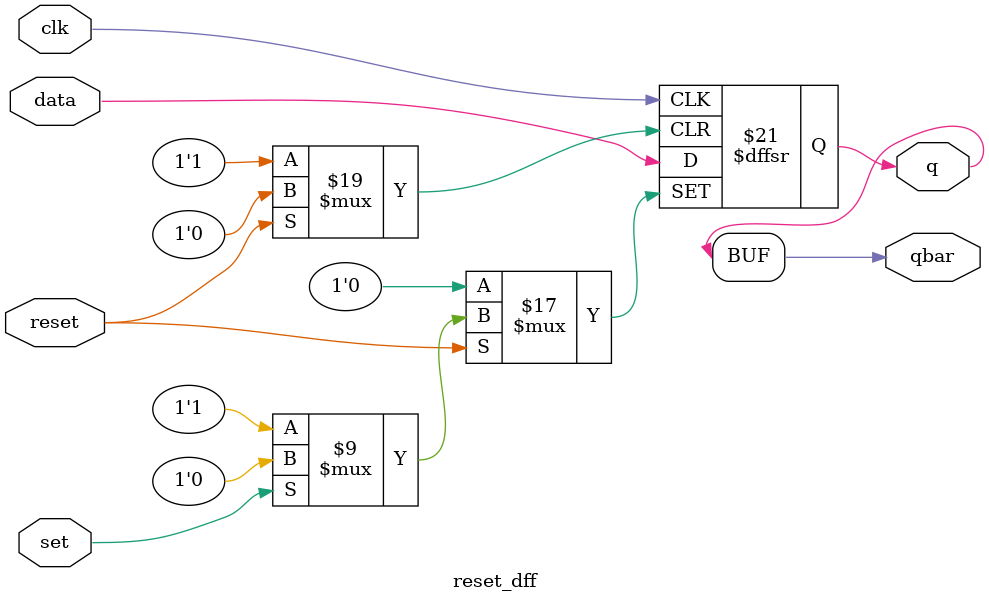
<source format=v>
module reset_dff(q,qbar,data,set,reset,clk);
  output q,qbar;
  input data,set,reset,clk;
  reg q;
  assign qbar = -q;

  always@(negedge reset or negedge set or posedge clk)begin
  if(reset ==0) q=0;
  else if(set==0) q=1;
  else q= data;
  end
  endmodule

</source>
